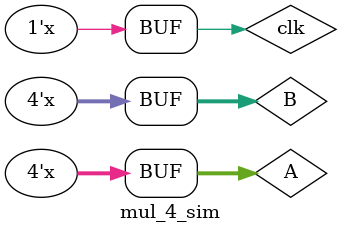
<source format=v>
`timescale 1ns / 1ps

module mul_4_sim();
    reg clk = 0;
    reg[3:0] A;
    reg[3:0] B;
    wire[7:0] PA;
    mul_4 mul(clk,A,B,PA);
    initial
    begin
        clk = 0;
        A = 6;
        B = 8;
     
    end
    always #1
    begin
        clk =~ clk;
    end
    always #28
    begin
        A = A + 1;
        B = B + 2;
    end
endmodule

</source>
